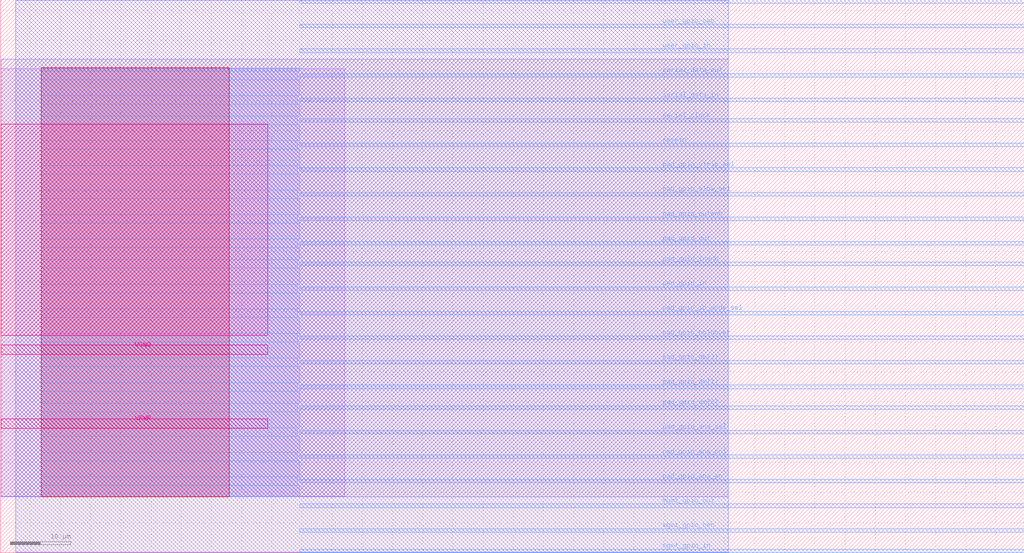
<source format=lef>
VERSION 5.7 ;
  NOWIREEXTENSIONATPIN ON ;
  DIVIDERCHAR "/" ;
  BUSBITCHARS "[]" ;
MACRO gpio_control_block
  CLASS BLOCK ;
  FOREIGN gpio_control_block ;
  ORIGIN 0.000 0.000 ;
  SIZE 169.670 BY 91.720 ;
  PIN mgmt_gpio_in
    DIRECTION OUTPUT TRISTATE ;
    PORT
      LAYER met3 ;
        RECT 49.670 0.000 169.670 0.600 ;
    END
  END mgmt_gpio_in
  PIN mgmt_gpio_oeb
    DIRECTION INPUT ;
    PORT
      LAYER met3 ;
        RECT 49.670 3.400 169.670 4.000 ;
    END
  END mgmt_gpio_oeb
  PIN mgmt_gpio_out
    DIRECTION INPUT ;
    PORT
      LAYER met3 ;
        RECT 49.670 7.480 169.670 8.080 ;
    END
  END mgmt_gpio_out
  PIN pad_gpio_ana_en
    DIRECTION OUTPUT TRISTATE ;
    PORT
      LAYER met3 ;
        RECT 49.670 11.560 169.670 12.160 ;
    END
  END pad_gpio_ana_en
  PIN pad_gpio_ana_pol
    DIRECTION OUTPUT TRISTATE ;
    PORT
      LAYER met3 ;
        RECT 49.670 15.640 169.670 16.240 ;
    END
  END pad_gpio_ana_pol
  PIN pad_gpio_ana_sel
    DIRECTION OUTPUT TRISTATE ;
    PORT
      LAYER met3 ;
        RECT 49.670 19.720 169.670 20.320 ;
    END
  END pad_gpio_ana_sel
  PIN pad_gpio_dm[0]
    DIRECTION OUTPUT TRISTATE ;
    PORT
      LAYER met3 ;
        RECT 49.670 23.800 169.670 24.400 ;
    END
  END pad_gpio_dm[0]
  PIN pad_gpio_dm[1]
    DIRECTION OUTPUT TRISTATE ;
    PORT
      LAYER met3 ;
        RECT 49.670 27.200 169.670 27.800 ;
    END
  END pad_gpio_dm[1]
  PIN pad_gpio_dm[2]
    DIRECTION OUTPUT TRISTATE ;
    PORT
      LAYER met3 ;
        RECT 49.670 31.280 169.670 31.880 ;
    END
  END pad_gpio_dm[2]
  PIN pad_gpio_holdover
    DIRECTION OUTPUT TRISTATE ;
    PORT
      LAYER met3 ;
        RECT 49.670 35.360 169.670 35.960 ;
    END
  END pad_gpio_holdover
  PIN pad_gpio_ib_mode_sel
    DIRECTION OUTPUT TRISTATE ;
    PORT
      LAYER met3 ;
        RECT 49.670 39.440 169.670 40.040 ;
    END
  END pad_gpio_ib_mode_sel
  PIN pad_gpio_in
    DIRECTION INPUT ;
    PORT
      LAYER met3 ;
        RECT 49.670 43.520 169.670 44.120 ;
    END
  END pad_gpio_in
  PIN pad_gpio_inenb
    DIRECTION OUTPUT TRISTATE ;
    PORT
      LAYER met3 ;
        RECT 49.670 47.600 169.670 48.200 ;
    END
  END pad_gpio_inenb
  PIN pad_gpio_out
    DIRECTION OUTPUT TRISTATE ;
    PORT
      LAYER met3 ;
        RECT 49.670 51.000 169.670 51.600 ;
    END
  END pad_gpio_out
  PIN pad_gpio_outenb
    DIRECTION OUTPUT TRISTATE ;
    PORT
      LAYER met3 ;
        RECT 49.670 55.080 169.670 55.680 ;
    END
  END pad_gpio_outenb
  PIN pad_gpio_slow_sel
    DIRECTION OUTPUT TRISTATE ;
    PORT
      LAYER met3 ;
        RECT 49.670 59.160 169.670 59.760 ;
    END
  END pad_gpio_slow_sel
  PIN pad_gpio_vtrip_sel
    DIRECTION OUTPUT TRISTATE ;
    PORT
      LAYER met3 ;
        RECT 49.670 63.240 169.670 63.840 ;
    END
  END pad_gpio_vtrip_sel
  PIN resetn
    DIRECTION INPUT ;
    PORT
      LAYER met3 ;
        RECT 49.670 67.320 169.670 67.920 ;
    END
  END resetn
  PIN serial_clock
    DIRECTION INPUT ;
    PORT
      LAYER met3 ;
        RECT 49.670 71.400 169.670 72.000 ;
    END
  END serial_clock
  PIN serial_data_in
    DIRECTION INPUT ;
    PORT
      LAYER met3 ;
        RECT 49.670 74.800 169.670 75.400 ;
    END
  END serial_data_in
  PIN serial_data_out
    DIRECTION OUTPUT TRISTATE ;
    PORT
      LAYER met3 ;
        RECT 49.670 78.880 169.670 79.480 ;
    END
  END serial_data_out
  PIN user_gpio_in
    DIRECTION OUTPUT TRISTATE ;
    PORT
      LAYER met3 ;
        RECT 49.670 82.960 169.670 83.560 ;
    END
  END user_gpio_in
  PIN user_gpio_oeb
    DIRECTION INPUT ;
    PORT
      LAYER met3 ;
        RECT 49.670 87.040 169.670 87.640 ;
    END
  END user_gpio_oeb
  PIN user_gpio_out
    DIRECTION INPUT ;
    PORT
      LAYER met3 ;
        RECT 49.670 91.120 169.670 91.720 ;
    END
  END user_gpio_out
  PIN VPWR
    DIRECTION INPUT ;
    USE POWER ;
    PORT
      LAYER met5 ;
        RECT 0.190 20.645 44.350 22.245 ;
    END
  END VPWR
  PIN VGND
    DIRECTION INPUT ;
    USE GROUND ;
    PORT
      LAYER met5 ;
        RECT 0.190 32.855 44.350 34.455 ;
    END
  END VGND
  OBS
      LAYER li1 ;
        RECT 0.190 9.395 57.085 80.285 ;
      LAYER met1 ;
        RECT 0.190 9.240 120.640 81.860 ;
      LAYER met2 ;
        RECT 2.590 0.115 120.620 91.605 ;
      LAYER met3 ;
        RECT 6.780 79.880 49.670 80.365 ;
        RECT 6.780 78.480 49.270 79.880 ;
        RECT 6.780 75.800 49.670 78.480 ;
        RECT 6.780 74.400 49.270 75.800 ;
        RECT 6.780 72.400 49.670 74.400 ;
        RECT 6.780 71.000 49.270 72.400 ;
        RECT 6.780 68.320 49.670 71.000 ;
        RECT 6.780 66.920 49.270 68.320 ;
        RECT 6.780 64.240 49.670 66.920 ;
        RECT 6.780 62.840 49.270 64.240 ;
        RECT 6.780 60.160 49.670 62.840 ;
        RECT 6.780 58.760 49.270 60.160 ;
        RECT 6.780 56.080 49.670 58.760 ;
        RECT 6.780 54.680 49.270 56.080 ;
        RECT 6.780 52.000 49.670 54.680 ;
        RECT 6.780 50.600 49.270 52.000 ;
        RECT 6.780 48.600 49.670 50.600 ;
        RECT 6.780 47.200 49.270 48.600 ;
        RECT 6.780 44.520 49.670 47.200 ;
        RECT 6.780 43.120 49.270 44.520 ;
        RECT 6.780 40.440 49.670 43.120 ;
        RECT 6.780 39.040 49.270 40.440 ;
        RECT 6.780 36.360 49.670 39.040 ;
        RECT 6.780 34.960 49.270 36.360 ;
        RECT 6.780 32.280 49.670 34.960 ;
        RECT 6.780 30.880 49.270 32.280 ;
        RECT 6.780 28.200 49.670 30.880 ;
        RECT 6.780 26.800 49.270 28.200 ;
        RECT 6.780 24.800 49.670 26.800 ;
        RECT 6.780 23.400 49.270 24.800 ;
        RECT 6.780 20.720 49.670 23.400 ;
        RECT 6.780 19.320 49.270 20.720 ;
        RECT 6.780 16.640 49.670 19.320 ;
        RECT 6.780 15.240 49.270 16.640 ;
        RECT 6.780 12.560 49.670 15.240 ;
        RECT 6.780 11.160 49.270 12.560 ;
        RECT 6.780 9.315 49.670 11.160 ;
      LAYER met4 ;
        RECT 6.780 9.240 37.955 80.440 ;
      LAYER met5 ;
        RECT 0.190 36.055 44.350 71.070 ;
  END
END gpio_control_block
END LIBRARY


</source>
